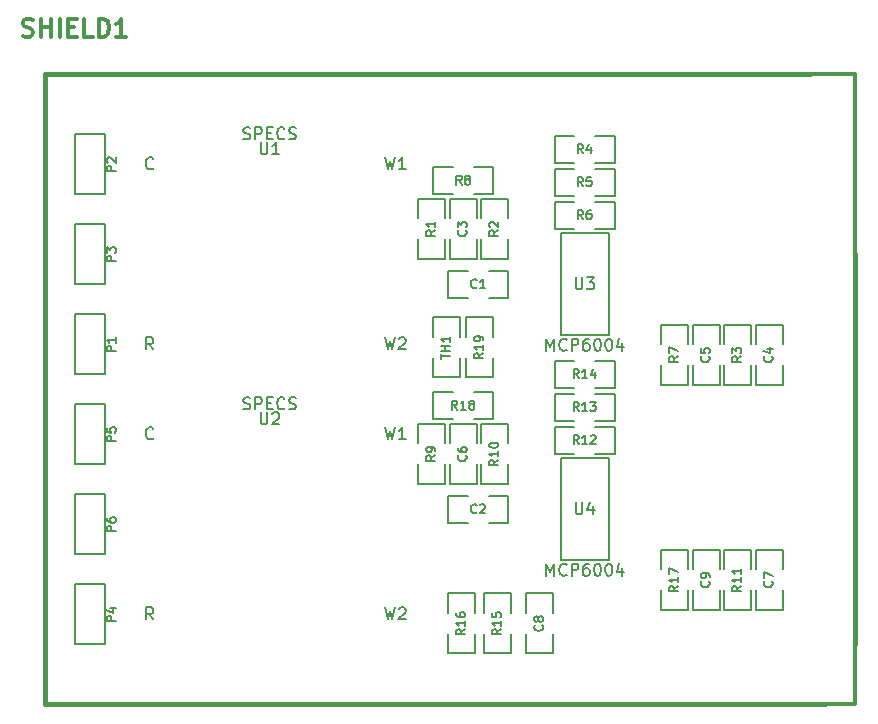
<source format=gto>
G04 (created by PCBNEW (2013-07-07 BZR 4022)-stable) date 11/8/2017 12:14:33 PM*
%MOIN*%
G04 Gerber Fmt 3.4, Leading zero omitted, Abs format*
%FSLAX34Y34*%
G01*
G70*
G90*
G04 APERTURE LIST*
%ADD10C,0.00590551*%
%ADD11C,0.005*%
%ADD12C,0.006*%
%ADD13C,0.0149606*%
%ADD14C,0.015*%
%ADD15C,0.012*%
G04 APERTURE END LIST*
G54D10*
X96300Y-70700D02*
X94700Y-70700D01*
X94700Y-70700D02*
X94700Y-67300D01*
X94700Y-67300D02*
X96300Y-67300D01*
X96300Y-67300D02*
X96300Y-70700D01*
G54D11*
X94500Y-57650D02*
X94500Y-58550D01*
X94500Y-58550D02*
X95150Y-58550D01*
X95850Y-57650D02*
X96500Y-57650D01*
X96500Y-57650D02*
X96500Y-58550D01*
X96500Y-58550D02*
X95850Y-58550D01*
X95150Y-57650D02*
X94500Y-57650D01*
X92950Y-61950D02*
X92950Y-61050D01*
X92950Y-61050D02*
X92300Y-61050D01*
X91600Y-61950D02*
X90950Y-61950D01*
X90950Y-61950D02*
X90950Y-61050D01*
X90950Y-61050D02*
X91600Y-61050D01*
X92300Y-61950D02*
X92950Y-61950D01*
X90850Y-58650D02*
X89950Y-58650D01*
X89950Y-58650D02*
X89950Y-59300D01*
X90850Y-60000D02*
X90850Y-60650D01*
X90850Y-60650D02*
X89950Y-60650D01*
X89950Y-60650D02*
X89950Y-60000D01*
X90850Y-59300D02*
X90850Y-58650D01*
X92050Y-60650D02*
X92950Y-60650D01*
X92950Y-60650D02*
X92950Y-60000D01*
X92050Y-59300D02*
X92050Y-58650D01*
X92050Y-58650D02*
X92950Y-58650D01*
X92950Y-58650D02*
X92950Y-59300D01*
X92050Y-60000D02*
X92050Y-60650D01*
X91000Y-60650D02*
X91900Y-60650D01*
X91900Y-60650D02*
X91900Y-60000D01*
X91000Y-59300D02*
X91000Y-58650D01*
X91000Y-58650D02*
X91900Y-58650D01*
X91900Y-58650D02*
X91900Y-59300D01*
X91000Y-60000D02*
X91000Y-60650D01*
X92450Y-58500D02*
X92450Y-57600D01*
X92450Y-57600D02*
X91800Y-57600D01*
X91100Y-58500D02*
X90450Y-58500D01*
X90450Y-58500D02*
X90450Y-57600D01*
X90450Y-57600D02*
X91100Y-57600D01*
X91800Y-58500D02*
X92450Y-58500D01*
X94500Y-58750D02*
X94500Y-59650D01*
X94500Y-59650D02*
X95150Y-59650D01*
X95850Y-58750D02*
X96500Y-58750D01*
X96500Y-58750D02*
X96500Y-59650D01*
X96500Y-59650D02*
X95850Y-59650D01*
X95150Y-58750D02*
X94500Y-58750D01*
X102100Y-70350D02*
X101200Y-70350D01*
X101200Y-70350D02*
X101200Y-71000D01*
X102100Y-71700D02*
X102100Y-72350D01*
X102100Y-72350D02*
X101200Y-72350D01*
X101200Y-72350D02*
X101200Y-71700D01*
X102100Y-71000D02*
X102100Y-70350D01*
X94500Y-56550D02*
X94500Y-57450D01*
X94500Y-57450D02*
X95150Y-57450D01*
X95850Y-56550D02*
X96500Y-56550D01*
X96500Y-56550D02*
X96500Y-57450D01*
X96500Y-57450D02*
X95850Y-57450D01*
X95150Y-56550D02*
X94500Y-56550D01*
X98050Y-64850D02*
X98950Y-64850D01*
X98950Y-64850D02*
X98950Y-64200D01*
X98050Y-63500D02*
X98050Y-62850D01*
X98050Y-62850D02*
X98950Y-62850D01*
X98950Y-62850D02*
X98950Y-63500D01*
X98050Y-64200D02*
X98050Y-64850D01*
X100000Y-62850D02*
X99100Y-62850D01*
X99100Y-62850D02*
X99100Y-63500D01*
X100000Y-64200D02*
X100000Y-64850D01*
X100000Y-64850D02*
X99100Y-64850D01*
X99100Y-64850D02*
X99100Y-64200D01*
X100000Y-63500D02*
X100000Y-62850D01*
X100150Y-64850D02*
X101050Y-64850D01*
X101050Y-64850D02*
X101050Y-64200D01*
X100150Y-63500D02*
X100150Y-62850D01*
X100150Y-62850D02*
X101050Y-62850D01*
X101050Y-62850D02*
X101050Y-63500D01*
X100150Y-64200D02*
X100150Y-64850D01*
X102100Y-62850D02*
X101200Y-62850D01*
X101200Y-62850D02*
X101200Y-63500D01*
X102100Y-64200D02*
X102100Y-64850D01*
X102100Y-64850D02*
X101200Y-64850D01*
X101200Y-64850D02*
X101200Y-64200D01*
X102100Y-63500D02*
X102100Y-62850D01*
X94500Y-64050D02*
X94500Y-64950D01*
X94500Y-64950D02*
X95150Y-64950D01*
X95850Y-64050D02*
X96500Y-64050D01*
X96500Y-64050D02*
X96500Y-64950D01*
X96500Y-64950D02*
X95850Y-64950D01*
X95150Y-64050D02*
X94500Y-64050D01*
X92950Y-69450D02*
X92950Y-68550D01*
X92950Y-68550D02*
X92300Y-68550D01*
X91600Y-69450D02*
X90950Y-69450D01*
X90950Y-69450D02*
X90950Y-68550D01*
X90950Y-68550D02*
X91600Y-68550D01*
X92300Y-69450D02*
X92950Y-69450D01*
X91850Y-71800D02*
X90950Y-71800D01*
X90950Y-71800D02*
X90950Y-72450D01*
X91850Y-73150D02*
X91850Y-73800D01*
X91850Y-73800D02*
X90950Y-73800D01*
X90950Y-73800D02*
X90950Y-73150D01*
X91850Y-72450D02*
X91850Y-71800D01*
X94450Y-71800D02*
X93550Y-71800D01*
X93550Y-71800D02*
X93550Y-72450D01*
X94450Y-73150D02*
X94450Y-73800D01*
X94450Y-73800D02*
X93550Y-73800D01*
X93550Y-73800D02*
X93550Y-73150D01*
X94450Y-72450D02*
X94450Y-71800D01*
X92150Y-73800D02*
X93050Y-73800D01*
X93050Y-73800D02*
X93050Y-73150D01*
X92150Y-72450D02*
X92150Y-71800D01*
X92150Y-71800D02*
X93050Y-71800D01*
X93050Y-71800D02*
X93050Y-72450D01*
X92150Y-73150D02*
X92150Y-73800D01*
X90850Y-66150D02*
X89950Y-66150D01*
X89950Y-66150D02*
X89950Y-66800D01*
X90850Y-67500D02*
X90850Y-68150D01*
X90850Y-68150D02*
X89950Y-68150D01*
X89950Y-68150D02*
X89950Y-67500D01*
X90850Y-66800D02*
X90850Y-66150D01*
X92050Y-68150D02*
X92950Y-68150D01*
X92950Y-68150D02*
X92950Y-67500D01*
X92050Y-66800D02*
X92050Y-66150D01*
X92050Y-66150D02*
X92950Y-66150D01*
X92950Y-66150D02*
X92950Y-66800D01*
X92050Y-67500D02*
X92050Y-68150D01*
X91000Y-68150D02*
X91900Y-68150D01*
X91900Y-68150D02*
X91900Y-67500D01*
X91000Y-66800D02*
X91000Y-66150D01*
X91000Y-66150D02*
X91900Y-66150D01*
X91900Y-66150D02*
X91900Y-66800D01*
X91000Y-67500D02*
X91000Y-68150D01*
X92450Y-66000D02*
X92450Y-65100D01*
X92450Y-65100D02*
X91800Y-65100D01*
X91100Y-66000D02*
X90450Y-66000D01*
X90450Y-66000D02*
X90450Y-65100D01*
X90450Y-65100D02*
X91100Y-65100D01*
X91800Y-66000D02*
X92450Y-66000D01*
X94500Y-65150D02*
X94500Y-66050D01*
X94500Y-66050D02*
X95150Y-66050D01*
X95850Y-65150D02*
X96500Y-65150D01*
X96500Y-65150D02*
X96500Y-66050D01*
X96500Y-66050D02*
X95850Y-66050D01*
X95150Y-65150D02*
X94500Y-65150D01*
X94500Y-66250D02*
X94500Y-67150D01*
X94500Y-67150D02*
X95150Y-67150D01*
X95850Y-66250D02*
X96500Y-66250D01*
X96500Y-66250D02*
X96500Y-67150D01*
X96500Y-67150D02*
X95850Y-67150D01*
X95150Y-66250D02*
X94500Y-66250D01*
X98050Y-72350D02*
X98950Y-72350D01*
X98950Y-72350D02*
X98950Y-71700D01*
X98050Y-71000D02*
X98050Y-70350D01*
X98050Y-70350D02*
X98950Y-70350D01*
X98950Y-70350D02*
X98950Y-71000D01*
X98050Y-71700D02*
X98050Y-72350D01*
X100000Y-70350D02*
X99100Y-70350D01*
X99100Y-70350D02*
X99100Y-71000D01*
X100000Y-71700D02*
X100000Y-72350D01*
X100000Y-72350D02*
X99100Y-72350D01*
X99100Y-72350D02*
X99100Y-71700D01*
X100000Y-71000D02*
X100000Y-70350D01*
X100150Y-72350D02*
X101050Y-72350D01*
X101050Y-72350D02*
X101050Y-71700D01*
X100150Y-71000D02*
X100150Y-70350D01*
X100150Y-70350D02*
X101050Y-70350D01*
X101050Y-70350D02*
X101050Y-71000D01*
X100150Y-71700D02*
X100150Y-72350D01*
G54D12*
X78500Y-65500D02*
X79500Y-65500D01*
X79500Y-65500D02*
X79500Y-67500D01*
X79500Y-67500D02*
X78500Y-67500D01*
X78500Y-67500D02*
X78500Y-65500D01*
X78500Y-56500D02*
X79500Y-56500D01*
X79500Y-56500D02*
X79500Y-58500D01*
X79500Y-58500D02*
X78500Y-58500D01*
X78500Y-58500D02*
X78500Y-56500D01*
X78500Y-59500D02*
X79500Y-59500D01*
X79500Y-59500D02*
X79500Y-61500D01*
X79500Y-61500D02*
X78500Y-61500D01*
X78500Y-61500D02*
X78500Y-59500D01*
X78500Y-62500D02*
X79500Y-62500D01*
X79500Y-62500D02*
X79500Y-64500D01*
X79500Y-64500D02*
X78500Y-64500D01*
X78500Y-64500D02*
X78500Y-62500D01*
X78500Y-68500D02*
X79500Y-68500D01*
X79500Y-68500D02*
X79500Y-70500D01*
X79500Y-70500D02*
X78500Y-70500D01*
X78500Y-70500D02*
X78500Y-68500D01*
X78500Y-71500D02*
X79500Y-71500D01*
X79500Y-71500D02*
X79500Y-73500D01*
X79500Y-73500D02*
X78500Y-73500D01*
X78500Y-73500D02*
X78500Y-71500D01*
G54D13*
X104500Y-73500D02*
X104500Y-75500D01*
X104500Y-75500D02*
X103500Y-75500D01*
X103000Y-54500D02*
X104500Y-54500D01*
X104500Y-54500D02*
X104500Y-60500D01*
G54D14*
X103000Y-54500D02*
X77500Y-54500D01*
X103500Y-75500D02*
X77500Y-75500D01*
X77500Y-75500D02*
X77500Y-54500D01*
X104500Y-60500D02*
X104500Y-73500D01*
G54D10*
X96300Y-63200D02*
X94700Y-63200D01*
X94700Y-63200D02*
X94700Y-59800D01*
X94700Y-59800D02*
X96300Y-59800D01*
X96300Y-59800D02*
X96300Y-63200D01*
G54D11*
X91550Y-64600D02*
X92450Y-64600D01*
X92450Y-64600D02*
X92450Y-63950D01*
X91550Y-63250D02*
X91550Y-62600D01*
X91550Y-62600D02*
X92450Y-62600D01*
X92450Y-62600D02*
X92450Y-63250D01*
X91550Y-63950D02*
X91550Y-64600D01*
X90450Y-64600D02*
X91350Y-64600D01*
X91350Y-64600D02*
X91350Y-63950D01*
X90450Y-63250D02*
X90450Y-62600D01*
X90450Y-62600D02*
X91350Y-62600D01*
X91350Y-62600D02*
X91350Y-63250D01*
X90450Y-63950D02*
X90450Y-64600D01*
G54D10*
X84700Y-56765D02*
X84700Y-57084D01*
X84718Y-57121D01*
X84737Y-57140D01*
X84775Y-57159D01*
X84850Y-57159D01*
X84887Y-57140D01*
X84906Y-57121D01*
X84925Y-57084D01*
X84925Y-56765D01*
X85318Y-57159D02*
X85093Y-57159D01*
X85206Y-57159D02*
X85206Y-56765D01*
X85168Y-56821D01*
X85131Y-56859D01*
X85093Y-56878D01*
X84128Y-56640D02*
X84184Y-56659D01*
X84278Y-56659D01*
X84315Y-56640D01*
X84334Y-56621D01*
X84353Y-56584D01*
X84353Y-56546D01*
X84334Y-56509D01*
X84315Y-56490D01*
X84278Y-56471D01*
X84203Y-56453D01*
X84165Y-56434D01*
X84146Y-56415D01*
X84128Y-56378D01*
X84128Y-56340D01*
X84146Y-56303D01*
X84165Y-56284D01*
X84203Y-56265D01*
X84296Y-56265D01*
X84353Y-56284D01*
X84521Y-56659D02*
X84521Y-56265D01*
X84671Y-56265D01*
X84709Y-56284D01*
X84728Y-56303D01*
X84746Y-56340D01*
X84746Y-56396D01*
X84728Y-56434D01*
X84709Y-56453D01*
X84671Y-56471D01*
X84521Y-56471D01*
X84915Y-56453D02*
X85046Y-56453D01*
X85103Y-56659D02*
X84915Y-56659D01*
X84915Y-56265D01*
X85103Y-56265D01*
X85496Y-56621D02*
X85478Y-56640D01*
X85421Y-56659D01*
X85384Y-56659D01*
X85328Y-56640D01*
X85290Y-56603D01*
X85271Y-56565D01*
X85253Y-56490D01*
X85253Y-56434D01*
X85271Y-56359D01*
X85290Y-56321D01*
X85328Y-56284D01*
X85384Y-56265D01*
X85421Y-56265D01*
X85478Y-56284D01*
X85496Y-56303D01*
X85646Y-56640D02*
X85703Y-56659D01*
X85796Y-56659D01*
X85834Y-56640D01*
X85853Y-56621D01*
X85871Y-56584D01*
X85871Y-56546D01*
X85853Y-56509D01*
X85834Y-56490D01*
X85796Y-56471D01*
X85721Y-56453D01*
X85684Y-56434D01*
X85665Y-56415D01*
X85646Y-56378D01*
X85646Y-56340D01*
X85665Y-56303D01*
X85684Y-56284D01*
X85721Y-56265D01*
X85815Y-56265D01*
X85871Y-56284D01*
X88843Y-63265D02*
X88937Y-63659D01*
X89012Y-63378D01*
X89087Y-63659D01*
X89181Y-63265D01*
X89312Y-63303D02*
X89331Y-63284D01*
X89368Y-63265D01*
X89462Y-63265D01*
X89499Y-63284D01*
X89518Y-63303D01*
X89537Y-63340D01*
X89537Y-63378D01*
X89518Y-63434D01*
X89293Y-63659D01*
X89537Y-63659D01*
X88843Y-57265D02*
X88937Y-57659D01*
X89012Y-57378D01*
X89087Y-57659D01*
X89181Y-57265D01*
X89537Y-57659D02*
X89312Y-57659D01*
X89424Y-57659D02*
X89424Y-57265D01*
X89387Y-57321D01*
X89349Y-57359D01*
X89312Y-57378D01*
X81121Y-63659D02*
X80990Y-63471D01*
X80896Y-63659D02*
X80896Y-63265D01*
X81046Y-63265D01*
X81084Y-63284D01*
X81103Y-63303D01*
X81121Y-63340D01*
X81121Y-63396D01*
X81103Y-63434D01*
X81084Y-63453D01*
X81046Y-63471D01*
X80896Y-63471D01*
X81121Y-57621D02*
X81103Y-57640D01*
X81046Y-57659D01*
X81009Y-57659D01*
X80953Y-57640D01*
X80915Y-57603D01*
X80896Y-57565D01*
X80878Y-57490D01*
X80878Y-57434D01*
X80896Y-57359D01*
X80915Y-57321D01*
X80953Y-57284D01*
X81009Y-57265D01*
X81046Y-57265D01*
X81103Y-57284D01*
X81121Y-57303D01*
X95200Y-68765D02*
X95200Y-69084D01*
X95218Y-69121D01*
X95237Y-69140D01*
X95275Y-69159D01*
X95350Y-69159D01*
X95387Y-69140D01*
X95406Y-69121D01*
X95425Y-69084D01*
X95425Y-68765D01*
X95781Y-68896D02*
X95781Y-69159D01*
X95687Y-68746D02*
X95593Y-69028D01*
X95837Y-69028D01*
X94225Y-71206D02*
X94225Y-70812D01*
X94356Y-71094D01*
X94487Y-70812D01*
X94487Y-71206D01*
X94900Y-71169D02*
X94881Y-71187D01*
X94825Y-71206D01*
X94787Y-71206D01*
X94731Y-71187D01*
X94693Y-71150D01*
X94675Y-71112D01*
X94656Y-71037D01*
X94656Y-70981D01*
X94675Y-70906D01*
X94693Y-70869D01*
X94731Y-70831D01*
X94787Y-70812D01*
X94825Y-70812D01*
X94881Y-70831D01*
X94900Y-70850D01*
X95068Y-71206D02*
X95068Y-70812D01*
X95218Y-70812D01*
X95256Y-70831D01*
X95275Y-70850D01*
X95293Y-70887D01*
X95293Y-70944D01*
X95275Y-70981D01*
X95256Y-71000D01*
X95218Y-71019D01*
X95068Y-71019D01*
X95631Y-70812D02*
X95556Y-70812D01*
X95518Y-70831D01*
X95500Y-70850D01*
X95462Y-70906D01*
X95443Y-70981D01*
X95443Y-71131D01*
X95462Y-71169D01*
X95481Y-71187D01*
X95518Y-71206D01*
X95593Y-71206D01*
X95631Y-71187D01*
X95649Y-71169D01*
X95668Y-71131D01*
X95668Y-71037D01*
X95649Y-71000D01*
X95631Y-70981D01*
X95593Y-70962D01*
X95518Y-70962D01*
X95481Y-70981D01*
X95462Y-71000D01*
X95443Y-71037D01*
X95912Y-70812D02*
X95949Y-70812D01*
X95987Y-70831D01*
X96006Y-70850D01*
X96024Y-70887D01*
X96043Y-70962D01*
X96043Y-71056D01*
X96024Y-71131D01*
X96006Y-71169D01*
X95987Y-71187D01*
X95949Y-71206D01*
X95912Y-71206D01*
X95874Y-71187D01*
X95856Y-71169D01*
X95837Y-71131D01*
X95818Y-71056D01*
X95818Y-70962D01*
X95837Y-70887D01*
X95856Y-70850D01*
X95874Y-70831D01*
X95912Y-70812D01*
X96287Y-70812D02*
X96324Y-70812D01*
X96362Y-70831D01*
X96381Y-70850D01*
X96399Y-70887D01*
X96418Y-70962D01*
X96418Y-71056D01*
X96399Y-71131D01*
X96381Y-71169D01*
X96362Y-71187D01*
X96324Y-71206D01*
X96287Y-71206D01*
X96249Y-71187D01*
X96231Y-71169D01*
X96212Y-71131D01*
X96193Y-71056D01*
X96193Y-70962D01*
X96212Y-70887D01*
X96231Y-70850D01*
X96249Y-70831D01*
X96287Y-70812D01*
X96756Y-70944D02*
X96756Y-71206D01*
X96662Y-70794D02*
X96568Y-71075D01*
X96812Y-71075D01*
G54D11*
X95450Y-58221D02*
X95350Y-58078D01*
X95278Y-58221D02*
X95278Y-57921D01*
X95392Y-57921D01*
X95421Y-57935D01*
X95435Y-57950D01*
X95450Y-57978D01*
X95450Y-58021D01*
X95435Y-58050D01*
X95421Y-58064D01*
X95392Y-58078D01*
X95278Y-58078D01*
X95721Y-57921D02*
X95578Y-57921D01*
X95564Y-58064D01*
X95578Y-58050D01*
X95607Y-58035D01*
X95678Y-58035D01*
X95707Y-58050D01*
X95721Y-58064D01*
X95735Y-58092D01*
X95735Y-58164D01*
X95721Y-58192D01*
X95707Y-58207D01*
X95678Y-58221D01*
X95607Y-58221D01*
X95578Y-58207D01*
X95564Y-58192D01*
X91900Y-61592D02*
X91885Y-61607D01*
X91842Y-61621D01*
X91814Y-61621D01*
X91771Y-61607D01*
X91742Y-61578D01*
X91728Y-61550D01*
X91714Y-61492D01*
X91714Y-61450D01*
X91728Y-61392D01*
X91742Y-61364D01*
X91771Y-61335D01*
X91814Y-61321D01*
X91842Y-61321D01*
X91885Y-61335D01*
X91900Y-61350D01*
X92185Y-61621D02*
X92014Y-61621D01*
X92100Y-61621D02*
X92100Y-61321D01*
X92071Y-61364D01*
X92042Y-61392D01*
X92014Y-61407D01*
X90521Y-59700D02*
X90378Y-59800D01*
X90521Y-59871D02*
X90221Y-59871D01*
X90221Y-59757D01*
X90235Y-59728D01*
X90250Y-59714D01*
X90278Y-59700D01*
X90321Y-59700D01*
X90350Y-59714D01*
X90364Y-59728D01*
X90378Y-59757D01*
X90378Y-59871D01*
X90521Y-59414D02*
X90521Y-59585D01*
X90521Y-59500D02*
X90221Y-59500D01*
X90264Y-59528D01*
X90292Y-59557D01*
X90307Y-59585D01*
X92621Y-59700D02*
X92478Y-59800D01*
X92621Y-59871D02*
X92321Y-59871D01*
X92321Y-59757D01*
X92335Y-59728D01*
X92350Y-59714D01*
X92378Y-59700D01*
X92421Y-59700D01*
X92450Y-59714D01*
X92464Y-59728D01*
X92478Y-59757D01*
X92478Y-59871D01*
X92350Y-59585D02*
X92335Y-59571D01*
X92321Y-59542D01*
X92321Y-59471D01*
X92335Y-59442D01*
X92350Y-59428D01*
X92378Y-59414D01*
X92407Y-59414D01*
X92450Y-59428D01*
X92621Y-59600D01*
X92621Y-59414D01*
X91542Y-59700D02*
X91557Y-59714D01*
X91571Y-59757D01*
X91571Y-59785D01*
X91557Y-59828D01*
X91528Y-59857D01*
X91500Y-59871D01*
X91442Y-59885D01*
X91400Y-59885D01*
X91342Y-59871D01*
X91314Y-59857D01*
X91285Y-59828D01*
X91271Y-59785D01*
X91271Y-59757D01*
X91285Y-59714D01*
X91300Y-59700D01*
X91271Y-59600D02*
X91271Y-59414D01*
X91385Y-59514D01*
X91385Y-59471D01*
X91400Y-59442D01*
X91414Y-59428D01*
X91442Y-59414D01*
X91514Y-59414D01*
X91542Y-59428D01*
X91557Y-59442D01*
X91571Y-59471D01*
X91571Y-59557D01*
X91557Y-59585D01*
X91542Y-59600D01*
X91400Y-58171D02*
X91300Y-58028D01*
X91228Y-58171D02*
X91228Y-57871D01*
X91342Y-57871D01*
X91371Y-57885D01*
X91385Y-57900D01*
X91400Y-57928D01*
X91400Y-57971D01*
X91385Y-58000D01*
X91371Y-58014D01*
X91342Y-58028D01*
X91228Y-58028D01*
X91571Y-58000D02*
X91542Y-57985D01*
X91528Y-57971D01*
X91514Y-57942D01*
X91514Y-57928D01*
X91528Y-57900D01*
X91542Y-57885D01*
X91571Y-57871D01*
X91628Y-57871D01*
X91657Y-57885D01*
X91671Y-57900D01*
X91685Y-57928D01*
X91685Y-57942D01*
X91671Y-57971D01*
X91657Y-57985D01*
X91628Y-58000D01*
X91571Y-58000D01*
X91542Y-58014D01*
X91528Y-58028D01*
X91514Y-58057D01*
X91514Y-58114D01*
X91528Y-58142D01*
X91542Y-58157D01*
X91571Y-58171D01*
X91628Y-58171D01*
X91657Y-58157D01*
X91671Y-58142D01*
X91685Y-58114D01*
X91685Y-58057D01*
X91671Y-58028D01*
X91657Y-58014D01*
X91628Y-58000D01*
X95450Y-59321D02*
X95350Y-59178D01*
X95278Y-59321D02*
X95278Y-59021D01*
X95392Y-59021D01*
X95421Y-59035D01*
X95435Y-59050D01*
X95450Y-59078D01*
X95450Y-59121D01*
X95435Y-59150D01*
X95421Y-59164D01*
X95392Y-59178D01*
X95278Y-59178D01*
X95707Y-59021D02*
X95650Y-59021D01*
X95621Y-59035D01*
X95607Y-59050D01*
X95578Y-59092D01*
X95564Y-59150D01*
X95564Y-59264D01*
X95578Y-59292D01*
X95592Y-59307D01*
X95621Y-59321D01*
X95678Y-59321D01*
X95707Y-59307D01*
X95721Y-59292D01*
X95735Y-59264D01*
X95735Y-59192D01*
X95721Y-59164D01*
X95707Y-59150D01*
X95678Y-59135D01*
X95621Y-59135D01*
X95592Y-59150D01*
X95578Y-59164D01*
X95564Y-59192D01*
X101742Y-71400D02*
X101757Y-71414D01*
X101771Y-71457D01*
X101771Y-71485D01*
X101757Y-71528D01*
X101728Y-71557D01*
X101700Y-71571D01*
X101642Y-71585D01*
X101600Y-71585D01*
X101542Y-71571D01*
X101514Y-71557D01*
X101485Y-71528D01*
X101471Y-71485D01*
X101471Y-71457D01*
X101485Y-71414D01*
X101500Y-71400D01*
X101471Y-71300D02*
X101471Y-71100D01*
X101771Y-71228D01*
X95450Y-57121D02*
X95350Y-56978D01*
X95278Y-57121D02*
X95278Y-56821D01*
X95392Y-56821D01*
X95421Y-56835D01*
X95435Y-56850D01*
X95450Y-56878D01*
X95450Y-56921D01*
X95435Y-56950D01*
X95421Y-56964D01*
X95392Y-56978D01*
X95278Y-56978D01*
X95707Y-56921D02*
X95707Y-57121D01*
X95635Y-56807D02*
X95564Y-57021D01*
X95750Y-57021D01*
X98621Y-63900D02*
X98478Y-64000D01*
X98621Y-64071D02*
X98321Y-64071D01*
X98321Y-63957D01*
X98335Y-63928D01*
X98350Y-63914D01*
X98378Y-63900D01*
X98421Y-63900D01*
X98450Y-63914D01*
X98464Y-63928D01*
X98478Y-63957D01*
X98478Y-64071D01*
X98321Y-63800D02*
X98321Y-63600D01*
X98621Y-63728D01*
X99642Y-63900D02*
X99657Y-63914D01*
X99671Y-63957D01*
X99671Y-63985D01*
X99657Y-64028D01*
X99628Y-64057D01*
X99600Y-64071D01*
X99542Y-64085D01*
X99500Y-64085D01*
X99442Y-64071D01*
X99414Y-64057D01*
X99385Y-64028D01*
X99371Y-63985D01*
X99371Y-63957D01*
X99385Y-63914D01*
X99400Y-63900D01*
X99371Y-63628D02*
X99371Y-63771D01*
X99514Y-63785D01*
X99500Y-63771D01*
X99485Y-63742D01*
X99485Y-63671D01*
X99500Y-63642D01*
X99514Y-63628D01*
X99542Y-63614D01*
X99614Y-63614D01*
X99642Y-63628D01*
X99657Y-63642D01*
X99671Y-63671D01*
X99671Y-63742D01*
X99657Y-63771D01*
X99642Y-63785D01*
X100721Y-63900D02*
X100578Y-64000D01*
X100721Y-64071D02*
X100421Y-64071D01*
X100421Y-63957D01*
X100435Y-63928D01*
X100450Y-63914D01*
X100478Y-63900D01*
X100521Y-63900D01*
X100550Y-63914D01*
X100564Y-63928D01*
X100578Y-63957D01*
X100578Y-64071D01*
X100421Y-63800D02*
X100421Y-63614D01*
X100535Y-63714D01*
X100535Y-63671D01*
X100550Y-63642D01*
X100564Y-63628D01*
X100592Y-63614D01*
X100664Y-63614D01*
X100692Y-63628D01*
X100707Y-63642D01*
X100721Y-63671D01*
X100721Y-63757D01*
X100707Y-63785D01*
X100692Y-63800D01*
X101742Y-63900D02*
X101757Y-63914D01*
X101771Y-63957D01*
X101771Y-63985D01*
X101757Y-64028D01*
X101728Y-64057D01*
X101700Y-64071D01*
X101642Y-64085D01*
X101600Y-64085D01*
X101542Y-64071D01*
X101514Y-64057D01*
X101485Y-64028D01*
X101471Y-63985D01*
X101471Y-63957D01*
X101485Y-63914D01*
X101500Y-63900D01*
X101571Y-63642D02*
X101771Y-63642D01*
X101457Y-63714D02*
X101671Y-63785D01*
X101671Y-63600D01*
X95307Y-64621D02*
X95207Y-64478D01*
X95135Y-64621D02*
X95135Y-64321D01*
X95250Y-64321D01*
X95278Y-64335D01*
X95292Y-64350D01*
X95307Y-64378D01*
X95307Y-64421D01*
X95292Y-64450D01*
X95278Y-64464D01*
X95250Y-64478D01*
X95135Y-64478D01*
X95592Y-64621D02*
X95421Y-64621D01*
X95507Y-64621D02*
X95507Y-64321D01*
X95478Y-64364D01*
X95450Y-64392D01*
X95421Y-64407D01*
X95850Y-64421D02*
X95850Y-64621D01*
X95778Y-64307D02*
X95707Y-64521D01*
X95892Y-64521D01*
X91900Y-69092D02*
X91885Y-69107D01*
X91842Y-69121D01*
X91814Y-69121D01*
X91771Y-69107D01*
X91742Y-69078D01*
X91728Y-69050D01*
X91714Y-68992D01*
X91714Y-68950D01*
X91728Y-68892D01*
X91742Y-68864D01*
X91771Y-68835D01*
X91814Y-68821D01*
X91842Y-68821D01*
X91885Y-68835D01*
X91900Y-68850D01*
X92014Y-68850D02*
X92028Y-68835D01*
X92057Y-68821D01*
X92128Y-68821D01*
X92157Y-68835D01*
X92171Y-68850D01*
X92185Y-68878D01*
X92185Y-68907D01*
X92171Y-68950D01*
X92000Y-69121D01*
X92185Y-69121D01*
X91521Y-72992D02*
X91378Y-73092D01*
X91521Y-73164D02*
X91221Y-73164D01*
X91221Y-73050D01*
X91235Y-73021D01*
X91250Y-73007D01*
X91278Y-72992D01*
X91321Y-72992D01*
X91350Y-73007D01*
X91364Y-73021D01*
X91378Y-73050D01*
X91378Y-73164D01*
X91521Y-72707D02*
X91521Y-72878D01*
X91521Y-72792D02*
X91221Y-72792D01*
X91264Y-72821D01*
X91292Y-72850D01*
X91307Y-72878D01*
X91221Y-72450D02*
X91221Y-72507D01*
X91235Y-72535D01*
X91250Y-72550D01*
X91292Y-72578D01*
X91350Y-72592D01*
X91464Y-72592D01*
X91492Y-72578D01*
X91507Y-72564D01*
X91521Y-72535D01*
X91521Y-72478D01*
X91507Y-72450D01*
X91492Y-72435D01*
X91464Y-72421D01*
X91392Y-72421D01*
X91364Y-72435D01*
X91350Y-72450D01*
X91335Y-72478D01*
X91335Y-72535D01*
X91350Y-72564D01*
X91364Y-72578D01*
X91392Y-72592D01*
X94092Y-72850D02*
X94107Y-72864D01*
X94121Y-72907D01*
X94121Y-72935D01*
X94107Y-72978D01*
X94078Y-73007D01*
X94050Y-73021D01*
X93992Y-73035D01*
X93950Y-73035D01*
X93892Y-73021D01*
X93864Y-73007D01*
X93835Y-72978D01*
X93821Y-72935D01*
X93821Y-72907D01*
X93835Y-72864D01*
X93850Y-72850D01*
X93950Y-72678D02*
X93935Y-72707D01*
X93921Y-72721D01*
X93892Y-72735D01*
X93878Y-72735D01*
X93850Y-72721D01*
X93835Y-72707D01*
X93821Y-72678D01*
X93821Y-72621D01*
X93835Y-72592D01*
X93850Y-72578D01*
X93878Y-72564D01*
X93892Y-72564D01*
X93921Y-72578D01*
X93935Y-72592D01*
X93950Y-72621D01*
X93950Y-72678D01*
X93964Y-72707D01*
X93978Y-72721D01*
X94007Y-72735D01*
X94064Y-72735D01*
X94092Y-72721D01*
X94107Y-72707D01*
X94121Y-72678D01*
X94121Y-72621D01*
X94107Y-72592D01*
X94092Y-72578D01*
X94064Y-72564D01*
X94007Y-72564D01*
X93978Y-72578D01*
X93964Y-72592D01*
X93950Y-72621D01*
X92721Y-72992D02*
X92578Y-73092D01*
X92721Y-73164D02*
X92421Y-73164D01*
X92421Y-73050D01*
X92435Y-73021D01*
X92450Y-73007D01*
X92478Y-72992D01*
X92521Y-72992D01*
X92550Y-73007D01*
X92564Y-73021D01*
X92578Y-73050D01*
X92578Y-73164D01*
X92721Y-72707D02*
X92721Y-72878D01*
X92721Y-72792D02*
X92421Y-72792D01*
X92464Y-72821D01*
X92492Y-72850D01*
X92507Y-72878D01*
X92421Y-72435D02*
X92421Y-72578D01*
X92564Y-72592D01*
X92550Y-72578D01*
X92535Y-72550D01*
X92535Y-72478D01*
X92550Y-72450D01*
X92564Y-72435D01*
X92592Y-72421D01*
X92664Y-72421D01*
X92692Y-72435D01*
X92707Y-72450D01*
X92721Y-72478D01*
X92721Y-72550D01*
X92707Y-72578D01*
X92692Y-72592D01*
X90521Y-67200D02*
X90378Y-67300D01*
X90521Y-67371D02*
X90221Y-67371D01*
X90221Y-67257D01*
X90235Y-67228D01*
X90250Y-67214D01*
X90278Y-67200D01*
X90321Y-67200D01*
X90350Y-67214D01*
X90364Y-67228D01*
X90378Y-67257D01*
X90378Y-67371D01*
X90521Y-67057D02*
X90521Y-67000D01*
X90507Y-66971D01*
X90492Y-66957D01*
X90450Y-66928D01*
X90392Y-66914D01*
X90278Y-66914D01*
X90250Y-66928D01*
X90235Y-66942D01*
X90221Y-66971D01*
X90221Y-67028D01*
X90235Y-67057D01*
X90250Y-67071D01*
X90278Y-67085D01*
X90350Y-67085D01*
X90378Y-67071D01*
X90392Y-67057D01*
X90407Y-67028D01*
X90407Y-66971D01*
X90392Y-66942D01*
X90378Y-66928D01*
X90350Y-66914D01*
X92621Y-67342D02*
X92478Y-67442D01*
X92621Y-67514D02*
X92321Y-67514D01*
X92321Y-67400D01*
X92335Y-67371D01*
X92350Y-67357D01*
X92378Y-67342D01*
X92421Y-67342D01*
X92450Y-67357D01*
X92464Y-67371D01*
X92478Y-67400D01*
X92478Y-67514D01*
X92621Y-67057D02*
X92621Y-67228D01*
X92621Y-67142D02*
X92321Y-67142D01*
X92364Y-67171D01*
X92392Y-67200D01*
X92407Y-67228D01*
X92321Y-66871D02*
X92321Y-66842D01*
X92335Y-66814D01*
X92350Y-66800D01*
X92378Y-66785D01*
X92435Y-66771D01*
X92507Y-66771D01*
X92564Y-66785D01*
X92592Y-66800D01*
X92607Y-66814D01*
X92621Y-66842D01*
X92621Y-66871D01*
X92607Y-66900D01*
X92592Y-66914D01*
X92564Y-66928D01*
X92507Y-66942D01*
X92435Y-66942D01*
X92378Y-66928D01*
X92350Y-66914D01*
X92335Y-66900D01*
X92321Y-66871D01*
X91542Y-67200D02*
X91557Y-67214D01*
X91571Y-67257D01*
X91571Y-67285D01*
X91557Y-67328D01*
X91528Y-67357D01*
X91500Y-67371D01*
X91442Y-67385D01*
X91400Y-67385D01*
X91342Y-67371D01*
X91314Y-67357D01*
X91285Y-67328D01*
X91271Y-67285D01*
X91271Y-67257D01*
X91285Y-67214D01*
X91300Y-67200D01*
X91271Y-66942D02*
X91271Y-67000D01*
X91285Y-67028D01*
X91300Y-67042D01*
X91342Y-67071D01*
X91400Y-67085D01*
X91514Y-67085D01*
X91542Y-67071D01*
X91557Y-67057D01*
X91571Y-67028D01*
X91571Y-66971D01*
X91557Y-66942D01*
X91542Y-66928D01*
X91514Y-66914D01*
X91442Y-66914D01*
X91414Y-66928D01*
X91400Y-66942D01*
X91385Y-66971D01*
X91385Y-67028D01*
X91400Y-67057D01*
X91414Y-67071D01*
X91442Y-67085D01*
X91257Y-65671D02*
X91157Y-65528D01*
X91085Y-65671D02*
X91085Y-65371D01*
X91200Y-65371D01*
X91228Y-65385D01*
X91242Y-65400D01*
X91257Y-65428D01*
X91257Y-65471D01*
X91242Y-65500D01*
X91228Y-65514D01*
X91200Y-65528D01*
X91085Y-65528D01*
X91542Y-65671D02*
X91371Y-65671D01*
X91457Y-65671D02*
X91457Y-65371D01*
X91428Y-65414D01*
X91400Y-65442D01*
X91371Y-65457D01*
X91714Y-65500D02*
X91685Y-65485D01*
X91671Y-65471D01*
X91657Y-65442D01*
X91657Y-65428D01*
X91671Y-65400D01*
X91685Y-65385D01*
X91714Y-65371D01*
X91771Y-65371D01*
X91800Y-65385D01*
X91814Y-65400D01*
X91828Y-65428D01*
X91828Y-65442D01*
X91814Y-65471D01*
X91800Y-65485D01*
X91771Y-65500D01*
X91714Y-65500D01*
X91685Y-65514D01*
X91671Y-65528D01*
X91657Y-65557D01*
X91657Y-65614D01*
X91671Y-65642D01*
X91685Y-65657D01*
X91714Y-65671D01*
X91771Y-65671D01*
X91800Y-65657D01*
X91814Y-65642D01*
X91828Y-65614D01*
X91828Y-65557D01*
X91814Y-65528D01*
X91800Y-65514D01*
X91771Y-65500D01*
X95307Y-65721D02*
X95207Y-65578D01*
X95135Y-65721D02*
X95135Y-65421D01*
X95250Y-65421D01*
X95278Y-65435D01*
X95292Y-65450D01*
X95307Y-65478D01*
X95307Y-65521D01*
X95292Y-65550D01*
X95278Y-65564D01*
X95250Y-65578D01*
X95135Y-65578D01*
X95592Y-65721D02*
X95421Y-65721D01*
X95507Y-65721D02*
X95507Y-65421D01*
X95478Y-65464D01*
X95450Y-65492D01*
X95421Y-65507D01*
X95692Y-65421D02*
X95878Y-65421D01*
X95778Y-65535D01*
X95821Y-65535D01*
X95850Y-65550D01*
X95864Y-65564D01*
X95878Y-65592D01*
X95878Y-65664D01*
X95864Y-65692D01*
X95850Y-65707D01*
X95821Y-65721D01*
X95735Y-65721D01*
X95707Y-65707D01*
X95692Y-65692D01*
X95307Y-66821D02*
X95207Y-66678D01*
X95135Y-66821D02*
X95135Y-66521D01*
X95250Y-66521D01*
X95278Y-66535D01*
X95292Y-66550D01*
X95307Y-66578D01*
X95307Y-66621D01*
X95292Y-66650D01*
X95278Y-66664D01*
X95250Y-66678D01*
X95135Y-66678D01*
X95592Y-66821D02*
X95421Y-66821D01*
X95507Y-66821D02*
X95507Y-66521D01*
X95478Y-66564D01*
X95450Y-66592D01*
X95421Y-66607D01*
X95707Y-66550D02*
X95721Y-66535D01*
X95750Y-66521D01*
X95821Y-66521D01*
X95850Y-66535D01*
X95864Y-66550D01*
X95878Y-66578D01*
X95878Y-66607D01*
X95864Y-66650D01*
X95692Y-66821D01*
X95878Y-66821D01*
X98621Y-71542D02*
X98478Y-71642D01*
X98621Y-71714D02*
X98321Y-71714D01*
X98321Y-71600D01*
X98335Y-71571D01*
X98350Y-71557D01*
X98378Y-71542D01*
X98421Y-71542D01*
X98450Y-71557D01*
X98464Y-71571D01*
X98478Y-71600D01*
X98478Y-71714D01*
X98621Y-71257D02*
X98621Y-71428D01*
X98621Y-71342D02*
X98321Y-71342D01*
X98364Y-71371D01*
X98392Y-71400D01*
X98407Y-71428D01*
X98321Y-71157D02*
X98321Y-70957D01*
X98621Y-71085D01*
X99642Y-71400D02*
X99657Y-71414D01*
X99671Y-71457D01*
X99671Y-71485D01*
X99657Y-71528D01*
X99628Y-71557D01*
X99600Y-71571D01*
X99542Y-71585D01*
X99500Y-71585D01*
X99442Y-71571D01*
X99414Y-71557D01*
X99385Y-71528D01*
X99371Y-71485D01*
X99371Y-71457D01*
X99385Y-71414D01*
X99400Y-71400D01*
X99671Y-71257D02*
X99671Y-71200D01*
X99657Y-71171D01*
X99642Y-71157D01*
X99600Y-71128D01*
X99542Y-71114D01*
X99428Y-71114D01*
X99400Y-71128D01*
X99385Y-71142D01*
X99371Y-71171D01*
X99371Y-71228D01*
X99385Y-71257D01*
X99400Y-71271D01*
X99428Y-71285D01*
X99500Y-71285D01*
X99528Y-71271D01*
X99542Y-71257D01*
X99557Y-71228D01*
X99557Y-71171D01*
X99542Y-71142D01*
X99528Y-71128D01*
X99500Y-71114D01*
X100721Y-71542D02*
X100578Y-71642D01*
X100721Y-71714D02*
X100421Y-71714D01*
X100421Y-71600D01*
X100435Y-71571D01*
X100450Y-71557D01*
X100478Y-71542D01*
X100521Y-71542D01*
X100550Y-71557D01*
X100564Y-71571D01*
X100578Y-71600D01*
X100578Y-71714D01*
X100721Y-71257D02*
X100721Y-71428D01*
X100721Y-71342D02*
X100421Y-71342D01*
X100464Y-71371D01*
X100492Y-71400D01*
X100507Y-71428D01*
X100721Y-70971D02*
X100721Y-71142D01*
X100721Y-71057D02*
X100421Y-71057D01*
X100464Y-71085D01*
X100492Y-71114D01*
X100507Y-71142D01*
G54D12*
X79871Y-66721D02*
X79571Y-66721D01*
X79571Y-66607D01*
X79585Y-66578D01*
X79600Y-66564D01*
X79628Y-66550D01*
X79671Y-66550D01*
X79700Y-66564D01*
X79714Y-66578D01*
X79728Y-66607D01*
X79728Y-66721D01*
X79571Y-66278D02*
X79571Y-66421D01*
X79714Y-66435D01*
X79700Y-66421D01*
X79685Y-66392D01*
X79685Y-66321D01*
X79700Y-66292D01*
X79714Y-66278D01*
X79742Y-66264D01*
X79814Y-66264D01*
X79842Y-66278D01*
X79857Y-66292D01*
X79871Y-66321D01*
X79871Y-66392D01*
X79857Y-66421D01*
X79842Y-66435D01*
X79871Y-57721D02*
X79571Y-57721D01*
X79571Y-57607D01*
X79585Y-57578D01*
X79600Y-57564D01*
X79628Y-57550D01*
X79671Y-57550D01*
X79700Y-57564D01*
X79714Y-57578D01*
X79728Y-57607D01*
X79728Y-57721D01*
X79600Y-57435D02*
X79585Y-57421D01*
X79571Y-57392D01*
X79571Y-57321D01*
X79585Y-57292D01*
X79600Y-57278D01*
X79628Y-57264D01*
X79657Y-57264D01*
X79700Y-57278D01*
X79871Y-57450D01*
X79871Y-57264D01*
X79871Y-60721D02*
X79571Y-60721D01*
X79571Y-60607D01*
X79585Y-60578D01*
X79600Y-60564D01*
X79628Y-60550D01*
X79671Y-60550D01*
X79700Y-60564D01*
X79714Y-60578D01*
X79728Y-60607D01*
X79728Y-60721D01*
X79571Y-60450D02*
X79571Y-60264D01*
X79685Y-60364D01*
X79685Y-60321D01*
X79700Y-60292D01*
X79714Y-60278D01*
X79742Y-60264D01*
X79814Y-60264D01*
X79842Y-60278D01*
X79857Y-60292D01*
X79871Y-60321D01*
X79871Y-60407D01*
X79857Y-60435D01*
X79842Y-60450D01*
X79871Y-63721D02*
X79571Y-63721D01*
X79571Y-63607D01*
X79585Y-63578D01*
X79600Y-63564D01*
X79628Y-63550D01*
X79671Y-63550D01*
X79700Y-63564D01*
X79714Y-63578D01*
X79728Y-63607D01*
X79728Y-63721D01*
X79871Y-63264D02*
X79871Y-63435D01*
X79871Y-63350D02*
X79571Y-63350D01*
X79614Y-63378D01*
X79642Y-63407D01*
X79657Y-63435D01*
X79871Y-69721D02*
X79571Y-69721D01*
X79571Y-69607D01*
X79585Y-69578D01*
X79600Y-69564D01*
X79628Y-69550D01*
X79671Y-69550D01*
X79700Y-69564D01*
X79714Y-69578D01*
X79728Y-69607D01*
X79728Y-69721D01*
X79571Y-69292D02*
X79571Y-69350D01*
X79585Y-69378D01*
X79600Y-69392D01*
X79642Y-69421D01*
X79700Y-69435D01*
X79814Y-69435D01*
X79842Y-69421D01*
X79857Y-69407D01*
X79871Y-69378D01*
X79871Y-69321D01*
X79857Y-69292D01*
X79842Y-69278D01*
X79814Y-69264D01*
X79742Y-69264D01*
X79714Y-69278D01*
X79700Y-69292D01*
X79685Y-69321D01*
X79685Y-69378D01*
X79700Y-69407D01*
X79714Y-69421D01*
X79742Y-69435D01*
X79871Y-72721D02*
X79571Y-72721D01*
X79571Y-72607D01*
X79585Y-72578D01*
X79600Y-72564D01*
X79628Y-72550D01*
X79671Y-72550D01*
X79700Y-72564D01*
X79714Y-72578D01*
X79728Y-72607D01*
X79728Y-72721D01*
X79671Y-72292D02*
X79871Y-72292D01*
X79557Y-72364D02*
X79771Y-72435D01*
X79771Y-72250D01*
G54D15*
X76771Y-53214D02*
X76857Y-53242D01*
X77000Y-53242D01*
X77057Y-53214D01*
X77085Y-53185D01*
X77114Y-53128D01*
X77114Y-53071D01*
X77085Y-53014D01*
X77057Y-52985D01*
X77000Y-52957D01*
X76885Y-52928D01*
X76828Y-52900D01*
X76800Y-52871D01*
X76771Y-52814D01*
X76771Y-52757D01*
X76800Y-52700D01*
X76828Y-52671D01*
X76885Y-52642D01*
X77028Y-52642D01*
X77114Y-52671D01*
X77371Y-53242D02*
X77371Y-52642D01*
X77371Y-52928D02*
X77714Y-52928D01*
X77714Y-53242D02*
X77714Y-52642D01*
X78000Y-53242D02*
X78000Y-52642D01*
X78285Y-52928D02*
X78485Y-52928D01*
X78571Y-53242D02*
X78285Y-53242D01*
X78285Y-52642D01*
X78571Y-52642D01*
X79114Y-53242D02*
X78828Y-53242D01*
X78828Y-52642D01*
X79314Y-53242D02*
X79314Y-52642D01*
X79457Y-52642D01*
X79542Y-52671D01*
X79599Y-52728D01*
X79628Y-52785D01*
X79657Y-52900D01*
X79657Y-52985D01*
X79628Y-53100D01*
X79599Y-53157D01*
X79542Y-53214D01*
X79457Y-53242D01*
X79314Y-53242D01*
X80228Y-53242D02*
X79885Y-53242D01*
X80057Y-53242D02*
X80057Y-52642D01*
X79999Y-52728D01*
X79942Y-52785D01*
X79885Y-52814D01*
G54D10*
X84700Y-65765D02*
X84700Y-66084D01*
X84718Y-66121D01*
X84737Y-66140D01*
X84775Y-66159D01*
X84850Y-66159D01*
X84887Y-66140D01*
X84906Y-66121D01*
X84925Y-66084D01*
X84925Y-65765D01*
X85093Y-65803D02*
X85112Y-65784D01*
X85149Y-65765D01*
X85243Y-65765D01*
X85281Y-65784D01*
X85299Y-65803D01*
X85318Y-65840D01*
X85318Y-65878D01*
X85299Y-65934D01*
X85074Y-66159D01*
X85318Y-66159D01*
X84128Y-65640D02*
X84184Y-65659D01*
X84278Y-65659D01*
X84315Y-65640D01*
X84334Y-65621D01*
X84353Y-65584D01*
X84353Y-65546D01*
X84334Y-65509D01*
X84315Y-65490D01*
X84278Y-65471D01*
X84203Y-65453D01*
X84165Y-65434D01*
X84146Y-65415D01*
X84128Y-65378D01*
X84128Y-65340D01*
X84146Y-65303D01*
X84165Y-65284D01*
X84203Y-65265D01*
X84296Y-65265D01*
X84353Y-65284D01*
X84521Y-65659D02*
X84521Y-65265D01*
X84671Y-65265D01*
X84709Y-65284D01*
X84728Y-65303D01*
X84746Y-65340D01*
X84746Y-65396D01*
X84728Y-65434D01*
X84709Y-65453D01*
X84671Y-65471D01*
X84521Y-65471D01*
X84915Y-65453D02*
X85046Y-65453D01*
X85103Y-65659D02*
X84915Y-65659D01*
X84915Y-65265D01*
X85103Y-65265D01*
X85496Y-65621D02*
X85478Y-65640D01*
X85421Y-65659D01*
X85384Y-65659D01*
X85328Y-65640D01*
X85290Y-65603D01*
X85271Y-65565D01*
X85253Y-65490D01*
X85253Y-65434D01*
X85271Y-65359D01*
X85290Y-65321D01*
X85328Y-65284D01*
X85384Y-65265D01*
X85421Y-65265D01*
X85478Y-65284D01*
X85496Y-65303D01*
X85646Y-65640D02*
X85703Y-65659D01*
X85796Y-65659D01*
X85834Y-65640D01*
X85853Y-65621D01*
X85871Y-65584D01*
X85871Y-65546D01*
X85853Y-65509D01*
X85834Y-65490D01*
X85796Y-65471D01*
X85721Y-65453D01*
X85684Y-65434D01*
X85665Y-65415D01*
X85646Y-65378D01*
X85646Y-65340D01*
X85665Y-65303D01*
X85684Y-65284D01*
X85721Y-65265D01*
X85815Y-65265D01*
X85871Y-65284D01*
X88843Y-72265D02*
X88937Y-72659D01*
X89012Y-72378D01*
X89087Y-72659D01*
X89181Y-72265D01*
X89312Y-72303D02*
X89331Y-72284D01*
X89368Y-72265D01*
X89462Y-72265D01*
X89499Y-72284D01*
X89518Y-72303D01*
X89537Y-72340D01*
X89537Y-72378D01*
X89518Y-72434D01*
X89293Y-72659D01*
X89537Y-72659D01*
X88843Y-66265D02*
X88937Y-66659D01*
X89012Y-66378D01*
X89087Y-66659D01*
X89181Y-66265D01*
X89537Y-66659D02*
X89312Y-66659D01*
X89424Y-66659D02*
X89424Y-66265D01*
X89387Y-66321D01*
X89349Y-66359D01*
X89312Y-66378D01*
X81121Y-72659D02*
X80990Y-72471D01*
X80896Y-72659D02*
X80896Y-72265D01*
X81046Y-72265D01*
X81084Y-72284D01*
X81103Y-72303D01*
X81121Y-72340D01*
X81121Y-72396D01*
X81103Y-72434D01*
X81084Y-72453D01*
X81046Y-72471D01*
X80896Y-72471D01*
X81121Y-66621D02*
X81103Y-66640D01*
X81046Y-66659D01*
X81009Y-66659D01*
X80953Y-66640D01*
X80915Y-66603D01*
X80896Y-66565D01*
X80878Y-66490D01*
X80878Y-66434D01*
X80896Y-66359D01*
X80915Y-66321D01*
X80953Y-66284D01*
X81009Y-66265D01*
X81046Y-66265D01*
X81103Y-66284D01*
X81121Y-66303D01*
X95200Y-61265D02*
X95200Y-61584D01*
X95218Y-61621D01*
X95237Y-61640D01*
X95275Y-61659D01*
X95350Y-61659D01*
X95387Y-61640D01*
X95406Y-61621D01*
X95425Y-61584D01*
X95425Y-61265D01*
X95574Y-61265D02*
X95818Y-61265D01*
X95687Y-61415D01*
X95743Y-61415D01*
X95781Y-61434D01*
X95799Y-61453D01*
X95818Y-61490D01*
X95818Y-61584D01*
X95799Y-61621D01*
X95781Y-61640D01*
X95743Y-61659D01*
X95631Y-61659D01*
X95593Y-61640D01*
X95574Y-61621D01*
X94225Y-63706D02*
X94225Y-63312D01*
X94356Y-63594D01*
X94487Y-63312D01*
X94487Y-63706D01*
X94900Y-63669D02*
X94881Y-63687D01*
X94825Y-63706D01*
X94787Y-63706D01*
X94731Y-63687D01*
X94693Y-63650D01*
X94675Y-63612D01*
X94656Y-63537D01*
X94656Y-63481D01*
X94675Y-63406D01*
X94693Y-63369D01*
X94731Y-63331D01*
X94787Y-63312D01*
X94825Y-63312D01*
X94881Y-63331D01*
X94900Y-63350D01*
X95068Y-63706D02*
X95068Y-63312D01*
X95218Y-63312D01*
X95256Y-63331D01*
X95275Y-63350D01*
X95293Y-63387D01*
X95293Y-63444D01*
X95275Y-63481D01*
X95256Y-63500D01*
X95218Y-63519D01*
X95068Y-63519D01*
X95631Y-63312D02*
X95556Y-63312D01*
X95518Y-63331D01*
X95500Y-63350D01*
X95462Y-63406D01*
X95443Y-63481D01*
X95443Y-63631D01*
X95462Y-63669D01*
X95481Y-63687D01*
X95518Y-63706D01*
X95593Y-63706D01*
X95631Y-63687D01*
X95649Y-63669D01*
X95668Y-63631D01*
X95668Y-63537D01*
X95649Y-63500D01*
X95631Y-63481D01*
X95593Y-63462D01*
X95518Y-63462D01*
X95481Y-63481D01*
X95462Y-63500D01*
X95443Y-63537D01*
X95912Y-63312D02*
X95949Y-63312D01*
X95987Y-63331D01*
X96006Y-63350D01*
X96024Y-63387D01*
X96043Y-63462D01*
X96043Y-63556D01*
X96024Y-63631D01*
X96006Y-63669D01*
X95987Y-63687D01*
X95949Y-63706D01*
X95912Y-63706D01*
X95874Y-63687D01*
X95856Y-63669D01*
X95837Y-63631D01*
X95818Y-63556D01*
X95818Y-63462D01*
X95837Y-63387D01*
X95856Y-63350D01*
X95874Y-63331D01*
X95912Y-63312D01*
X96287Y-63312D02*
X96324Y-63312D01*
X96362Y-63331D01*
X96381Y-63350D01*
X96399Y-63387D01*
X96418Y-63462D01*
X96418Y-63556D01*
X96399Y-63631D01*
X96381Y-63669D01*
X96362Y-63687D01*
X96324Y-63706D01*
X96287Y-63706D01*
X96249Y-63687D01*
X96231Y-63669D01*
X96212Y-63631D01*
X96193Y-63556D01*
X96193Y-63462D01*
X96212Y-63387D01*
X96231Y-63350D01*
X96249Y-63331D01*
X96287Y-63312D01*
X96756Y-63444D02*
X96756Y-63706D01*
X96662Y-63294D02*
X96568Y-63575D01*
X96812Y-63575D01*
G54D11*
X92121Y-63792D02*
X91978Y-63892D01*
X92121Y-63964D02*
X91821Y-63964D01*
X91821Y-63850D01*
X91835Y-63821D01*
X91850Y-63807D01*
X91878Y-63792D01*
X91921Y-63792D01*
X91950Y-63807D01*
X91964Y-63821D01*
X91978Y-63850D01*
X91978Y-63964D01*
X92121Y-63507D02*
X92121Y-63678D01*
X92121Y-63592D02*
X91821Y-63592D01*
X91864Y-63621D01*
X91892Y-63650D01*
X91907Y-63678D01*
X92121Y-63364D02*
X92121Y-63307D01*
X92107Y-63278D01*
X92092Y-63264D01*
X92050Y-63235D01*
X91992Y-63221D01*
X91878Y-63221D01*
X91850Y-63235D01*
X91835Y-63250D01*
X91821Y-63278D01*
X91821Y-63335D01*
X91835Y-63364D01*
X91850Y-63378D01*
X91878Y-63392D01*
X91950Y-63392D01*
X91978Y-63378D01*
X91992Y-63364D01*
X92007Y-63335D01*
X92007Y-63278D01*
X91992Y-63250D01*
X91978Y-63235D01*
X91950Y-63221D01*
X90721Y-63985D02*
X90721Y-63814D01*
X91021Y-63899D02*
X90721Y-63899D01*
X91021Y-63714D02*
X90721Y-63714D01*
X90864Y-63714D02*
X90864Y-63542D01*
X91021Y-63542D02*
X90721Y-63542D01*
X91021Y-63242D02*
X91021Y-63414D01*
X91021Y-63328D02*
X90721Y-63328D01*
X90764Y-63357D01*
X90792Y-63385D01*
X90807Y-63414D01*
M02*

</source>
